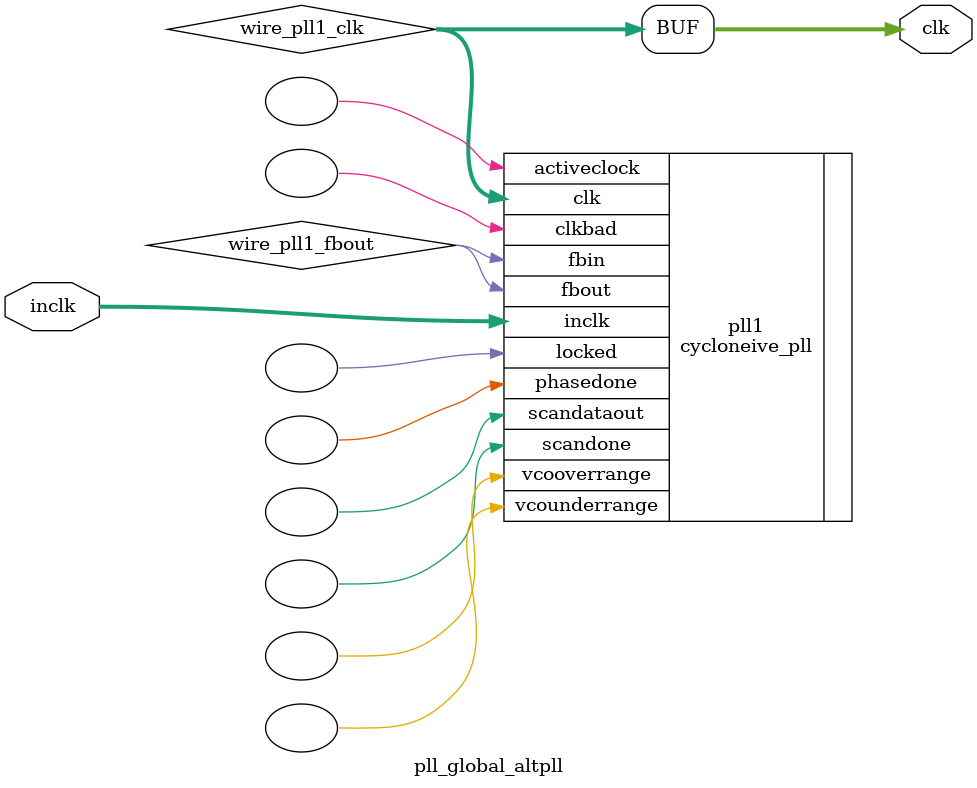
<source format=v>






//synthesis_resources = cycloneive_pll 1 
//synopsys translate_off
`timescale 1 ps / 1 ps
//synopsys translate_on
module  pll_global_altpll
	( 
	clk,
	inclk) /* synthesis synthesis_clearbox=1 */;
	output   [4:0]  clk;
	input   [1:0]  inclk;
`ifndef ALTERA_RESERVED_QIS
// synopsys translate_off
`endif
	tri0   [1:0]  inclk;
`ifndef ALTERA_RESERVED_QIS
// synopsys translate_on
`endif

	wire  [4:0]   wire_pll1_clk;
	wire  wire_pll1_fbout;

	cycloneive_pll   pll1
	( 
	.activeclock(),
	.clk(wire_pll1_clk),
	.clkbad(),
	.fbin(wire_pll1_fbout),
	.fbout(wire_pll1_fbout),
	.inclk(inclk),
	.locked(),
	.phasedone(),
	.scandataout(),
	.scandone(),
	.vcooverrange(),
	.vcounderrange()
	`ifndef FORMAL_VERIFICATION
	// synopsys translate_off
	`endif
	,
	.areset(1'b0),
	.clkswitch(1'b0),
	.configupdate(1'b0),
	.pfdena(1'b1),
	.phasecounterselect({3{1'b0}}),
	.phasestep(1'b0),
	.phaseupdown(1'b0),
	.scanclk(1'b0),
	.scanclkena(1'b1),
	.scandata(1'b0)
	`ifndef FORMAL_VERIFICATION
	// synopsys translate_on
	`endif
	);
	defparam
		pll1.bandwidth_type = "auto",
		pll1.clk0_divide_by = 1,
		pll1.clk0_duty_cycle = 50,
		pll1.clk0_multiply_by = 2,
		pll1.clk0_phase_shift = "0",
		pll1.clk1_divide_by = 2,
		pll1.clk1_duty_cycle = 50,
		pll1.clk1_multiply_by = 1,
		pll1.clk1_phase_shift = "0",
		pll1.clk2_divide_by = 3125,
		pll1.clk2_duty_cycle = 50,
		pll1.clk2_multiply_by = 768,
		pll1.clk2_phase_shift = "0",
		pll1.compensate_clock = "clk0",
		pll1.inclk0_input_frequency = 20000,
		pll1.operation_mode = "normal",
		pll1.pll_type = "auto",
		pll1.lpm_type = "cycloneive_pll";
	assign
		clk = {wire_pll1_clk[4:0]};
endmodule //pll_global_altpll
//VALID FILE

</source>
